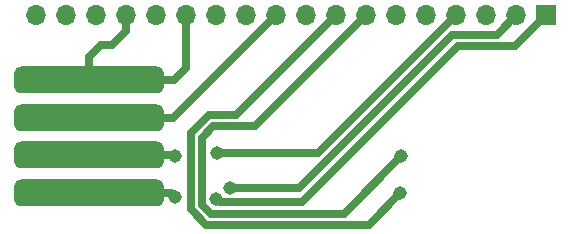
<source format=gbr>
%TF.GenerationSoftware,KiCad,Pcbnew,8.0.4-8.0.4-0~ubuntu22.04.1*%
%TF.CreationDate,2024-08-11T09:24:58-07:00*%
%TF.ProjectId,NX-ButtonInterface,4e582d42-7574-4746-9f6e-496e74657266,rev?*%
%TF.SameCoordinates,Original*%
%TF.FileFunction,Copper,L1,Top*%
%TF.FilePolarity,Positive*%
%FSLAX46Y46*%
G04 Gerber Fmt 4.6, Leading zero omitted, Abs format (unit mm)*
G04 Created by KiCad (PCBNEW 8.0.4-8.0.4-0~ubuntu22.04.1) date 2024-08-11 09:24:58*
%MOMM*%
%LPD*%
G01*
G04 APERTURE LIST*
G04 Aperture macros list*
%AMRoundRect*
0 Rectangle with rounded corners*
0 $1 Rounding radius*
0 $2 $3 $4 $5 $6 $7 $8 $9 X,Y pos of 4 corners*
0 Add a 4 corners polygon primitive as box body*
4,1,4,$2,$3,$4,$5,$6,$7,$8,$9,$2,$3,0*
0 Add four circle primitives for the rounded corners*
1,1,$1+$1,$2,$3*
1,1,$1+$1,$4,$5*
1,1,$1+$1,$6,$7*
1,1,$1+$1,$8,$9*
0 Add four rect primitives between the rounded corners*
20,1,$1+$1,$2,$3,$4,$5,0*
20,1,$1+$1,$4,$5,$6,$7,0*
20,1,$1+$1,$6,$7,$8,$9,0*
20,1,$1+$1,$8,$9,$2,$3,0*%
G04 Aperture macros list end*
%TA.AperFunction,ComponentPad*%
%ADD10R,1.700000X1.700000*%
%TD*%
%TA.AperFunction,ComponentPad*%
%ADD11O,1.700000X1.700000*%
%TD*%
%TA.AperFunction,SMDPad,CuDef*%
%ADD12RoundRect,0.571500X-5.778500X-0.571500X5.778500X-0.571500X5.778500X0.571500X-5.778500X0.571500X0*%
%TD*%
%TA.AperFunction,ViaPad*%
%ADD13C,1.143000*%
%TD*%
%TA.AperFunction,Conductor*%
%ADD14C,0.635000*%
%TD*%
G04 APERTURE END LIST*
D10*
%TO.P,J1,1,Pin_1*%
%TO.N,/CAN_TX*%
X129921000Y-92964000D03*
D11*
%TO.P,J1,2,Pin_2*%
%TO.N,/CAN_RX*%
X127381000Y-92964000D03*
%TO.P,J1,3,Pin_3*%
%TO.N,/GND*%
X124841000Y-92964000D03*
%TO.P,J1,4,Pin_4*%
%TO.N,/3V3*%
X122301000Y-92964000D03*
%TO.P,J1,5,Pin_5*%
%TO.N,unconnected-(J1-Pin_5-Pad5)*%
X119761000Y-92964000D03*
%TO.P,J1,6,Pin_6*%
%TO.N,unconnected-(J1-Pin_6-Pad6)*%
X117221000Y-92964000D03*
%TO.P,J1,7,Pin_7*%
%TO.N,/NX_PC_LED-*%
X114681000Y-92964000D03*
%TO.P,J1,8,Pin_8*%
%TO.N,/NX_PC_LED+*%
X112141000Y-92964000D03*
%TO.P,J1,9,Pin_9*%
%TO.N,/UART2_RXD*%
X109601000Y-92964000D03*
%TO.P,J1,10,Pin_10*%
%TO.N,/UART2_TXD*%
X107061000Y-92964000D03*
%TO.P,J1,11,Pin_11*%
%TO.N,unconnected-(J1-Pin_11-Pad11)*%
X104521000Y-92964000D03*
%TO.P,J1,12,Pin_12*%
%TO.N,unconnected-(J1-Pin_12-Pad12)*%
X101981000Y-92964000D03*
%TO.P,J1,13,Pin_13*%
%TO.N,/SYS_RST_RCV_RTN*%
X99441000Y-92964000D03*
%TO.P,J1,14,Pin_14*%
%TO.N,/~{SYS_RESET}*%
X96901000Y-92964000D03*
%TO.P,J1,15,Pin_15*%
%TO.N,/SYS_RST_RCV_RTN*%
X94361000Y-92964000D03*
%TO.P,J1,16,Pin_16*%
%TO.N,/~{REC}*%
X91821000Y-92964000D03*
%TO.P,J1,17,Pin_17*%
%TO.N,unconnected-(J1-Pin_17-Pad17)*%
X89281000Y-92964000D03*
%TO.P,J1,18,Pin_18*%
%TO.N,unconnected-(J1-Pin_18-Pad18)*%
X86741000Y-92964000D03*
%TD*%
D12*
%TO.P,J2,2,Pin_2*%
%TO.N,/CAN_RX*%
X91211400Y-107988100D03*
%TO.P,J2,4,Pin_4*%
%TO.N,/3V3*%
X91211400Y-104813100D03*
%TO.P,J2,6,Pin_6*%
%TO.N,/UART2_TXD*%
X91211400Y-101638100D03*
%TO.P,J2,8,Pin_8*%
%TO.N,/SYS_RST_RCV_RTN*%
X91211400Y-98463100D03*
%TD*%
D13*
%TO.N,/CAN_TX*%
X102006400Y-108508800D03*
%TO.N,/CAN_RX*%
X98552000Y-108331000D03*
X103211044Y-107607100D03*
%TO.N,/3V3*%
X102108000Y-104648000D03*
X98552000Y-104876600D03*
%TO.N,/NX_PC_LED-*%
X117678200Y-104876600D03*
%TO.N,/NX_PC_LED+*%
X117576600Y-108026202D03*
%TD*%
D14*
%TO.N,/CAN_TX*%
X129921000Y-92964000D02*
X127355600Y-95529400D01*
X109258100Y-108800900D02*
X102298500Y-108800900D01*
X122529600Y-95529400D02*
X109258100Y-108800900D01*
X127355600Y-95529400D02*
X122529600Y-95529400D01*
X102298500Y-108800900D02*
X102006400Y-108508800D01*
%TO.N,/CAN_RX*%
X125755400Y-94589600D02*
X127381000Y-92964000D01*
X103211044Y-107607100D02*
X109004100Y-107607100D01*
X122021600Y-94589600D02*
X125755400Y-94589600D01*
X91211400Y-107988100D02*
X98209100Y-107988100D01*
X109004100Y-107607100D02*
X122021600Y-94589600D01*
X98209100Y-107988100D02*
X98552000Y-108331000D01*
%TO.N,/3V3*%
X91211400Y-104813100D02*
X98329800Y-104813100D01*
X122301000Y-92964000D02*
X110617000Y-104648000D01*
X110617000Y-104648000D02*
X102108000Y-104648000D01*
X98329800Y-104813100D02*
X98488500Y-104813100D01*
X98488500Y-104813100D02*
X98552000Y-104876600D01*
%TO.N,/NX_PC_LED-*%
X114681000Y-92964000D02*
X105283000Y-102362000D01*
X101550011Y-109740700D02*
X112814100Y-109740700D01*
X101765911Y-102362000D02*
X100787200Y-103340711D01*
X100787200Y-108977889D02*
X101550011Y-109740700D01*
X105283000Y-102362000D02*
X101765911Y-102362000D01*
X100787200Y-103340711D02*
X100787200Y-108977889D01*
X112814100Y-109740700D02*
X117678200Y-104876600D01*
%TO.N,/NX_PC_LED+*%
X112141000Y-92964000D02*
X103682800Y-101422200D01*
X101160733Y-110680500D02*
X114922302Y-110680500D01*
X114922302Y-110680500D02*
X117576600Y-108026202D01*
X99847400Y-109367167D02*
X101160733Y-110680500D01*
X99847400Y-102951433D02*
X99847400Y-109367167D01*
X101376633Y-101422200D02*
X99847400Y-102951433D01*
X103682800Y-101422200D02*
X101376633Y-101422200D01*
%TO.N,/UART2_TXD*%
X98386900Y-101638100D02*
X107061000Y-92964000D01*
X91211400Y-101638100D02*
X98386900Y-101638100D01*
%TO.N,/SYS_RST_RCV_RTN*%
X91211400Y-96494600D02*
X91211400Y-98463100D01*
X94361000Y-92964000D02*
X94361000Y-94284800D01*
X93192600Y-95453200D02*
X92252800Y-95453200D01*
X99441000Y-97434400D02*
X98412300Y-98463100D01*
X98412300Y-98463100D02*
X91211400Y-98463100D01*
X94361000Y-94284800D02*
X93192600Y-95453200D01*
X99441000Y-92964000D02*
X99441000Y-97434400D01*
X92252800Y-95453200D02*
X91211400Y-96494600D01*
%TD*%
M02*

</source>
